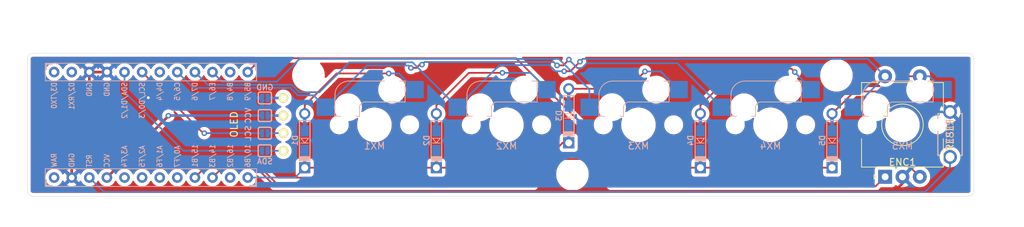
<source format=kicad_pcb>
(kicad_pcb (version 20210925) (generator pcbnew)
  (layers (0 "F.Cu" signal) (31 "B.Cu" signal) (34 "B.Paste" user) (35 "F.Paste" user) (36 "B.SilkS" user "B.Silkscreen") (37 "F.SilkS" user "F.Silkscreen") (38 "B.Mask" user) (39 "F.Mask" user) (44 "Edge.Cuts" user))
  (net 0 "")
  (net 1 "Net-(D1-Pad2)")
  (net 2 "row0")
  (net 3 "Net-(D2-Pad2)")
  (net 4 "Net-(D3-Pad2)")
  (net 5 "Net-(D4-Pad2)")
  (net 6 "row1")
  (net 7 "Net-(D5-Pad2)")
  (net 8 "col0")
  (net 9 "col1")
  (net 10 "col2")
  (net 11 "GND")
  (net 12 "VCC")
  (net 13 "SCL")
  (net 14 "SDA")
  (net 15 "Reset")
  (net 16 "EncoderA")
  (net 17 "EncoderB")
  (net 18 "Net-(OL1-Pad2)")
  (net 19 "Net-(OL1-Pad3)")
  (net 30 "Net-(OL1-Pad4)")
  (net 31 "Net-(SDA1-Pad2)")
  (footprint "Envoy:Diode-Hybrid-Back" (layer "F.Cu") (at 86.776 51.5 -90)
    (fp_text reference "D1" (at -0.0254 1.4 90) (layer "B.SilkS") (effects (font (size 0.8 0.8)) (justify mirror)))
    (fp_text value "D_Small" hide)
    (fp_line (start 0.35 0.55) (end 0.35 -0.55) (layer "B.SilkS") (width 0.12))
    (fp_line (start -2.9 -0.762) (end -2.9 0.762) (layer "B.SilkS") (width 0.15))
    (fp_line (start -0.35 0.55) (end -0.35 -0.55) (layer "B.SilkS") (width 0.12))
    (fp_line (start 2.54 -0.762) (end -2.9 -0.762) (layer "B.SilkS") (width 0.15))
    (fp_line (start 0.35 0) (end -0.35 0.55) (layer "B.SilkS") (width 0.12))
    (fp_line (start -0.35 -0.55) (end 0.35 0) (layer "B.SilkS") (width 0.12))
    (fp_line (start -2.9 0.762) (end 2.54 0.762) (layer "B.SilkS") (width 0.15))
    (fp_rect (start 2.309 -0.762) (end 2.921 0.762) (layer "B.SilkS") (width 0.15) (fill solid))
    (pad "1" smd rect (at 1.4 0 270) (size 1.6 1.2) (layers "B.Cu" "B.Paste" "B.Mask") (net 2 "row0"))
    (pad "1" thru_hole rect (at 3.9 0 270) (size 1.6 1.6) (drill 1) (layers *.Cu *.Mask) (net 2 "row0"))
    (pad "1" smd rect (at 2.5 0 270) (size 2.9 0.5) (layers "B.Cu") (net 2 "row0"))
    (pad "2" smd rect (at -2.5 0 270) (size 2.9 0.5) (layers "B.Cu") (net 1 "Net-(D1-Pad2)"))
    (pad "2" thru_hole circle (at -3.9 0 270) (size 1.6 1.6) (drill 1) (layers *.Cu *.Mask) (net 1 "Net-(D1-Pad2)"))
    (pad "2" smd rect (at -1.4 0 270) (size 1.6 1.2) (layers "B.Cu" "B.Paste" "B.Mask") (net 1 "Net-(D1-Pad2)"))
  )
  (footprint "Envoy:Diode-Hybrid-Back" (layer "F.Cu") (at 105.776 51.5 -90)
    (fp_text reference "D2" (at -0.0254 1.4 90) (layer "B.SilkS") (effects (font (size 0.8 0.8)) (justify mirror)))
    (fp_text value "D_Small" hide)
    (fp_line (start -2.9 0.762) (end 2.54 0.762) (layer "B.SilkS") (width 0.15))
    (fp_line (start -0.35 -0.55) (end 0.35 0) (layer "B.SilkS") (width 0.12))
    (fp_line (start 2.54 -0.762) (end -2.9 -0.762) (layer "B.SilkS") (width 0.15))
    (fp_line (start -0.35 0.55) (end -0.35 -0.55) (layer "B.SilkS") (width 0.12))
    (fp_line (start 0.35 0.55) (end 0.35 -0.55) (layer "B.SilkS") (width 0.12))
    (fp_line (start 0.35 0) (end -0.35 0.55) (layer "B.SilkS") (width 0.12))
    (fp_line (start -2.9 -0.762) (end -2.9 0.762) (layer "B.SilkS") (width 0.15))
    (fp_rect (start 2.309 -0.762) (end 2.921 0.762) (layer "B.SilkS") (width 0.15) (fill solid))
    (pad "1" smd rect (at 2.5 0 270) (size 2.9 0.5) (layers "B.Cu") (net 2 "row0"))
    (pad "1" smd rect (at 1.4 0 270) (size 1.6 1.2) (layers "B.Cu" "B.Paste" "B.Mask") (net 2 "row0"))
    (pad "1" thru_hole rect (at 3.9 0 270) (size 1.6 1.6) (drill 1) (layers *.Cu *.Mask) (net 2 "row0"))
    (pad "2" thru_hole circle (at -3.9 0 270) (size 1.6 1.6) (drill 1) (layers *.Cu *.Mask) (net 3 "Net-(D2-Pad2)"))
    (pad "2" smd rect (at -2.5 0 270) (size 2.9 0.5) (layers "B.Cu") (net 3 "Net-(D2-Pad2)"))
    (pad "2" smd rect (at -1.4 0 270) (size 1.6 1.2) (layers "B.Cu" "B.Paste" "B.Mask") (net 3 "Net-(D2-Pad2)"))
  )
  (footprint "Envoy:Diode-Hybrid-Back" (layer "F.Cu") (at 124.876 47.911 -90)
    (fp_text reference "D3" (at -0.0254 1.4 90) (layer "B.SilkS") (effects (font (size 0.8 0.8)) (justify mirror)))
    (fp_text value "D_Small" hide)
    (fp_line (start -0.35 0.55) (end -0.35 -0.55) (layer "B.SilkS") (width 0.12))
    (fp_line (start 0.35 0) (end -0.35 0.55) (layer "B.SilkS") (width 0.12))
    (fp_line (start 0.35 0.55) (end 0.35 -0.55) (layer "B.SilkS") (width 0.12))
    (fp_line (start -0.35 -0.55) (end 0.35 0) (layer "B.SilkS") (width 0.12))
    (fp_line (start 2.54 -0.762) (end -2.9 -0.762) (layer "B.SilkS") (width 0.15))
    (fp_line (start -2.9 0.762) (end 2.54 0.762) (layer "B.SilkS") (width 0.15))
    (fp_line (start -2.9 -0.762) (end -2.9 0.762) (layer "B.SilkS") (width 0.15))
    (fp_rect (start 2.309 -0.762) (end 2.921 0.762) (layer "B.SilkS") (width 0.15) (fill solid))
    (pad "1" thru_hole rect (at 3.9 0 270) (size 1.6 1.6) (drill 1) (layers *.Cu *.Mask) (net 2 "row0"))
    (pad "1" smd rect (at 2.5 0 270) (size 2.9 0.5) (layers "B.Cu") (net 2 "row0"))
    (pad "1" smd rect (at 1.4 0 270) (size 1.6 1.2) (layers "B.Cu" "B.Paste" "B.Mask") (net 2 "row0"))
    (pad "2" thru_hole circle (at -3.9 0 270) (size 1.6 1.6) (drill 1) (layers *.Cu *.Mask) (net 4 "Net-(D3-Pad2)"))
    (pad "2" smd rect (at -2.5 0 270) (size 2.9 0.5) (layers "B.Cu") (net 4 "Net-(D3-Pad2)"))
    (pad "2" smd rect (at -1.4 0 270) (size 1.6 1.2) (layers "B.Cu" "B.Paste" "B.Mask") (net 4 "Net-(D3-Pad2)"))
  )
  (footprint "Envoy:Diode-Hybrid-Back" (layer "F.Cu") (at 143.876 51.5 -90)
    (fp_text reference "D4" (at -0.0254 1.4 90) (layer "B.SilkS") (effects (font (size 0.8 0.8)) (justify mirror)))
    (fp_text value "D_Small" hide)
    (fp_line (start 0.35 0) (end -0.35 0.55) (layer "B.SilkS") (width 0.12))
    (fp_line (start 0.35 0.55) (end 0.35 -0.55) (layer "B.SilkS") (width 0.12))
    (fp_line (start 2.54 -0.762) (end -2.9 -0.762) (layer "B.SilkS") (width 0.15))
    (fp_line (start -2.9 0.762) (end 2.54 0.762) (layer "B.SilkS") (width 0.15))
    (fp_line (start -0.35 0.55) (end -0.35 -0.55) (layer "B.SilkS") (width 0.12))
    (fp_line (start -0.35 -0.55) (end 0.35 0) (layer "B.SilkS") (width 0.12))
    (fp_line (start -2.9 -0.762) (end -2.9 0.762) (layer "B.SilkS") (width 0.15))
    (fp_rect (start 2.309 -0.762) (end 2.921 0.762) (layer "B.SilkS") (width 0.15) (fill solid))
    (pad "1" smd rect (at 2.5 0 270) (size 2.9 0.5) (layers "B.Cu") (net 6 "row1"))
    (pad "1" thru_hole rect (at 3.9 0 270) (size 1.6 1.6) (drill 1) (layers *.Cu *.Mask) (net 6 "row1"))
    (pad "1" smd rect (at 1.4 0 270) (size 1.6 1.2) (layers "B.Cu" "B.Paste" "B.Mask") (net 6 "row1"))
    (pad "2" smd rect (at -1.4 0 270) (size 1.6 1.2) (layers "B.Cu" "B.Paste" "B.Mask") (net 5 "Net-(D4-Pad2)"))
    (pad "2" smd rect (at -2.5 0 270) (size 2.9 0.5) (layers "B.Cu") (net 5 "Net-(D4-Pad2)"))
    (pad "2" thru_hole circle (at -3.9 0 270) (size 1.6 1.6) (drill 1) (layers *.Cu *.Mask) (net 5 "Net-(D4-Pad2)"))
  )
  (footprint "Envoy:Diode-Hybrid-Back" (layer "F.Cu") (at 162.876 51.5 -90)
    (fp_text reference "D5" (at -0.0254 1.4 90) (layer "B.SilkS") (effects (font (size 0.8 0.8)) (justify mirror)))
    (fp_text value "D_Small" hide)
    (fp_line (start -0.35 0.55) (end -0.35 -0.55) (layer "B.SilkS") (width 0.12))
    (fp_line (start 0.35 0.55) (end 0.35 -0.55) (layer "B.SilkS") (width 0.12))
    (fp_line (start -0.35 -0.55) (end 0.35 0) (layer "B.SilkS") (width 0.12))
    (fp_line (start 0.35 0) (end -0.35 0.55) (layer "B.SilkS") (width 0.12))
    (fp_line (start 2.54 -0.762) (end -2.9 -0.762) (layer "B.SilkS") (width 0.15))
    (fp_line (start -2.9 0.762) (end 2.54 0.762) (layer "B.SilkS") (width 0.15))
    (fp_line (start -2.9 -0.762) (end -2.9 0.762) (layer "B.SilkS") (width 0.15))
    (fp_rect (start 2.309 -0.762) (end 2.921 0.762) (layer "B.SilkS") (width 0.15) (fill solid))
    (pad "1" smd rect (at 1.4 0 270) (size 1.6 1.2) (layers "B.Cu" "B.Paste" "B.Mask") (net 6 "row1"))
    (pad "1" thru_hole rect (at 3.9 0 270) (size 1.6 1.6) (drill 1) (layers *.Cu *.Mask) (net 6 "row1"))
    (pad "1" smd rect (at 2.5 0 270) (size 2.9 0.5) (layers "B.Cu") (net 6 "row1"))
    (pad "2" thru_hole circle (at -3.9 0 270) (size 1.6 1.6) (drill 1) (layers *.Cu *.Mask) (net 7 "Net-(D5-Pad2)"))
    (pad "2" smd rect (at -1.4 0 270) (size 1.6 1.2) (layers "B.Cu" "B.Paste" "B.Mask") (net 7 "Net-(D5-Pad2)"))
    (pad "2" smd rect (at -2.5 0 270) (size 2.9 0.5) (layers "B.Cu") (net 7 "Net-(D5-Pad2)"))
  )
  (footprint "Envoy:MXOnly-1U-Hotswap" (layer "F.Cu") (at 96.8375 49.2125)
    (fp_text reference "MX1")
    (fp_text value "MX-NoLED")
    (fp_text user "${REFERENCE}" (at 0 3.048) (layer "B.SilkS") (effects (justify mirror)))
    (fp_line (start 4.43 -3.29) (end -1.35 -3.3) (layer "B.SilkS") (width 0.12))
    (fp_line (start -2.15 -1.23) (end -2.7 -1.23) (layer "B.SilkS") (width 0.12))
    (fp_line (start -3.7 -6.31) (end 1.45 -6.31) (layer "B.SilkS") (width 0.12))
    (fp_line (start 4.43 -6.31) (end 4.43 -3.29) (layer "B.SilkS") (width 0.12))
    (fp_line (start -5.7 -1.23) (end -5.7 -4.31) (layer "B.SilkS") (width 0.12))
    (fp_line (start -5.7 -1.23) (end -4.9 -1.23) (layer "B.SilkS") (width 0.12))
    (fp_line (start -2.15 -1.23) (end -2.15 -2.5) (layer "B.SilkS") (width 0.12))
    (fp_line (start 4.43 -6.31) (end 3.65 -6.31) (layer "B.SilkS") (width 0.12))
    (fp_arc (start -3.7 -4.31) (end -3.7 -6.31) (angle -90) (layer "B.SilkS") (width 0.12))
    (fp_arc (start -1.35 -2.5) (end -1.35 -3.3) (angle -90) (layer "B.SilkS") (width 0.12))
    (pad "" np_thru_hole circle (at 5.08 0 48.0996) (size 1.75 1.75) (drill 1.75) (layers *.Cu *.Mask))
    (pad "" np_thru_hole circle (at -5.08 0 48.0996) (size 1.75 1.75) (drill 1.75) (layers *.Cu *.Mask))
    (pad "" np_thru_hole circle (at 0 0) (size 3.9878 3.9878) (drill 3.9878) (layers *.Cu *.Mask))
    (pad "" np_thru_hole circle (at -3.81 -2.54) (size 3 3) (drill 3) (layers *.Cu *.Mask))
    (pad "" np_thru_hole circle (at 2.54 -5.08) (size 3 3) (drill 3) (layers *.Cu *.Mask))
    (pad "1" smd rect (at -7.085 -2.54) (size 2.55 2.5) (layers "B.Cu" "B.Paste" "B.Mask") (net 8 "col0"))
    (pad "2" smd rect (at 5.842 -5.08) (size 2.55 2.5) (layers "B.Cu" "B.Paste" "B.Mask") (net 1 "Net-(D1-Pad2)"))
  )
  (footprint "Envoy:MXOnly-1U-Hotswap" (layer "F.Cu") (at 115.8875 49.2125)
    (fp_text reference "MX2")
    (fp_text value "MX-NoLED")
    (fp_text user "${REFERENCE}" (at 0 3.048) (layer "B.SilkS") (effects (justify mirror)))
    (fp_line (start -2.15 -1.23) (end -2.7 -1.23) (layer "B.SilkS") (width 0.12))
    (fp_line (start -5.7 -1.23) (end -5.7 -4.31) (layer "B.SilkS") (width 0.12))
    (fp_line (start -5.7 -1.23) (end -4.9 -1.23) (layer "B.SilkS") (width 0.12))
    (fp_line (start 4.43 -6.31) (end 4.43 -3.29) (layer "B.SilkS") (width 0.12))
    (fp_line (start 4.43 -6.31) (end 3.65 -6.31) (layer "B.SilkS") (width 0.12))
    (fp_line (start 4.43 -3.29) (end -1.35 -3.3) (layer "B.SilkS") (width 0.12))
    (fp_line (start -2.15 -1.23) (end -2.15 -2.5) (layer "B.SilkS") (width 0.12))
    (fp_line (start -3.7 -6.31) (end 1.45 -6.31) (layer "B.SilkS") (width 0.12))
    (fp_arc (start -1.35 -2.5) (end -1.35 -3.3) (angle -90) (layer "B.SilkS") (width 0.12))
    (fp_arc (start -3.7 -4.31) (end -3.7 -6.31) (angle -90) (layer "B.SilkS") (width 0.12))
    (pad "" np_thru_hole circle (at 5.08 0 48.0996) (size 1.75 1.75) (drill 1.75) (layers *.Cu *.Mask))
    (pad "" np_thru_hole circle (at 0 0) (size 3.9878 3.9878) (drill 3.9878) (layers *.Cu *.Mask))
    (pad "" np_thru_hole circle (at -3.81 -2.54) (size 3 3) (drill 3) (layers *.Cu *.Mask))
    (pad "" np_thru_hole circle (at -5.08 0 48.0996) (size 1.75 1.75) (drill 1.75) (layers *.Cu *.Mask))
    (pad "" np_thru_hole circle (at 2.54 -5.08) (size 3 3) (drill 3) (layers *.Cu *.Mask))
    (pad "1" smd rect (at -7.085 -2.54) (size 2.55 2.5) (layers "B.Cu" "B.Paste" "B.Mask") (net 9 "col1"))
    (pad "2" smd rect (at 5.842 -5.08) (size 2.55 2.5) (layers "B.Cu" "B.Paste" "B.Mask") (net 3 "Net-(D2-Pad2)"))
  )
  (footprint "Envoy:MXOnly-1U-Hotswap" (layer "F.Cu") (at 134.9375 49.2125)
    (fp_text reference "MX3")
    (fp_text value "MX-NoLED")
    (fp_text user "${REFERENCE}" (at 0 3.048) (layer "B.SilkS") (effects (justify mirror)))
    (fp_line (start -5.7 -1.23) (end -4.9 -1.23) (layer "B.SilkS") (width 0.12))
    (fp_line (start -3.7 -6.31) (end 1.45 -6.31) (layer "B.SilkS") (width 0.12))
    (fp_line (start -5.7 -1.23) (end -5.7 -4.31) (layer "B.SilkS") (width 0.12))
    (fp_line (start -2.15 -1.23) (end -2.7 -1.23) (layer "B.SilkS") (width 0.12))
    (fp_line (start 4.43 -6.31) (end 3.65 -6.31) (layer "B.SilkS") (width 0.12))
    (fp_line (start 4.43 -6.31) (end 4.43 -3.29) (layer "B.SilkS") (width 0.12))
    (fp_line (start -2.15 -1.23) (end -2.15 -2.5) (layer "B.SilkS") (width 0.12))
    (fp_line (start 4.43 -3.29) (end -1.35 -3.3) (layer "B.SilkS") (width 0.12))
    (fp_arc (start -1.35 -2.5) (end -1.35 -3.3) (angle -90) (layer "B.SilkS") (width 0.12))
    (fp_arc (start -3.7 -4.31) (end -3.7 -6.31) (angle -90) (layer "B.SilkS") (width 0.12))
    (pad "" np_thru_hole circle (at 0 0) (size 3.9878 3.9878) (drill 3.9878) (layers *.Cu *.Mask))
    (pad "" np_thru_hole circle (at 5.08 0 48.0996) (size 1.75 1.75) (drill 1.75) (layers *.Cu *.Mask))
    (pad "" np_thru_hole circle (at -3.81 -2.54) (size 3 3) (drill 3) (layers *.Cu *.Mask))
    (pad "" np_thru_hole circle (at -5.08 0 48.0996) (size 1.75 1.75) (drill 1.75) (layers *.Cu *.Mask))
    (pad "" np_thru_hole circle (at 2.54 -5.08) (size 3 3) (drill 3) (layers *.Cu *.Mask))
    (pad "1" smd rect (at -7.085 -2.54) (size 2.55 2.5) (layers "B.Cu" "B.Paste" "B.Mask") (net 10 "col2"))
    (pad "2" smd rect (at 5.842 -5.08) (size 2.55 2.5) (layers "B.Cu" "B.Paste" "B.Mask") (net 4 "Net-(D3-Pad2)"))
  )
  (footprint "Envoy:MXOnly-1U-Hotswap" (layer "F.Cu") (at 153.9875 49.2125)
    (fp_text reference "MX4")
    (fp_text value "MX-NoLED")
    (fp_text user "${REFERENCE}" (at 0 3.048) (layer "B.SilkS") (effects (justify mirror)))
    (fp_line (start -2.15 -1.23) (end -2.7 -1.23) (layer "B.SilkS") (width 0.12))
    (fp_line (start -5.7 -1.23) (end -4.9 -1.23) (layer "B.SilkS") (width 0.12))
    (fp_line (start 4.43 -6.31) (end 4.43 -3.29) (layer "B.SilkS") (width 0.12))
    (fp_line (start -3.7 -6.31) (end 1.45 -6.31) (layer "B.SilkS") (width 0.12))
    (fp_line (start 4.43 -6.31) (end 3.65 -6.31) (layer "B.SilkS") (width 0.12))
    (fp_line (start -5.7 -1.23) (end -5.7 -4.31) (layer "B.SilkS") (width 0.12))
    (fp_line (start -2.15 -1.23) (end -2.15 -2.5) (layer "B.SilkS") (width 0.12))
    (fp_line (start 4.43 -3.29) (end -1.35 -3.3) (layer "B.SilkS") (width 0.12))
    (fp_arc (start -3.7 -4.31) (end -3.7 -6.31) (angle -90) (layer "B.SilkS") (width 0.12))
    (fp_arc (start -1.35 -2.5) (end -1.35 -3.3) (angle -90) (layer "B.SilkS") (width 0.12))
    (pad "" np_thru_hole circle (at 5.08 0 48.0996) (size 1.75 1.75) (drill 1.75) (layers *.Cu *.Mask))
    (pad "" np_thru_hole circle (at 2.54 -5.08) (size 3 3) (drill 3) (layers *.Cu *.Mask))
    (pad "" np_thru_hole circle (at -5.08 0 48.0996) (size 1.75 1.75) (drill 1.75) (layers *.Cu *.Mask))
    (pad "" np_thru_hole circle (at 0 0) (size 3.9878 3.9878) (drill 3.9878) (layers *.Cu *.Mask))
    (pad "" np_thru_hole circle (at -3.81 -2.54) (size 3 3) (drill 3) (layers *.Cu *.Mask))
    (pad "1" smd rect (at -7.085 -2.54) (size 2.55 2.5) (layers "B.Cu" "B.Paste" "B.Mask") (net 8 "col0"))
    (pad "2" smd rect (at 5.842 -5.08) (size 2.55 2.5) (layers "B.Cu" "B.Paste" "B.Mask") (net 5 "Net-(D4-Pad2)"))
  )
  (footprint "kbd:OLED_v2" (layer "F.Cu") (at 83.693 49.149 90)
    (fp_text reference "OL1")
    (fp_text value "OLED" hide)
    (fp_text user "OLED" (at 0 -7.112 90) (layer "F.SilkS"))
    (pad "1" thru_hole circle locked (at -3.81 0 90) (size 1.397 1.397) (drill 0.8128) (layers *.Cu "F.SilkS" "B.Mask") (net 31 "Net-(SDA1-Pad2)"))
    (pad "2" thru_hole circle locked (at -1.27 0 90) (size 1.397 1.397) (drill 0.8128) (layers *.Cu "F.SilkS" "B.Mask") (net 18 "Net-(OL1-Pad2)"))
    (pad "3" thru_hole circle locked (at 1.27 0 90) (size 1.397 1.397) (drill 0.8128) (layers *.Cu "F.SilkS" "B.Mask") (net 19 "Net-(OL1-Pad3)"))
    (pad "4" thru_hole circle locked (at 3.81 0 90) (size 1.397 1.397) (drill 0.8128) (layers *.Cu "F.SilkS" "B.Mask") (net 30 "Net-(OL1-Pad4)"))
  )
  (footprint "Envoy:ProMicro_v3" (layer "F.Cu") (at 65.0875 49.2125 90)
    (fp_text reference "U1" hide)
    (fp_text value "ProMicro" hide)
    (fp_text user "D3/TX0" (at 6.2114 -14.478 90 unlocked) (layer "B.SilkS") (effects (font (size 0.75 0.67) (thickness 0.125)) (justify left mirror)))
    (fp_text user "B5/9" (at 6.2114 13.462 90 unlocked) (layer "B.SilkS") (effects (font (size 0.75 0.67) (thickness 0.125)) (justify left mirror)))
    (fp_text user "A1/F6" (at -6.2086 0.762 90 unlocked) (layer "B.SilkS") (effects (font (size 0.75 0.67) (thickness 0.125)) (justify right mirror)))
    (fp_text user "E6/7" (at 6.2114 8.382 90 unlocked) (layer "B.SilkS") (effects (font (size 0.75 0.67) (thickness 0.125)) (justify left mirror)))
    (fp_text user "A2/F5" (at -6.2086 -1.778 90 unlocked) (layer "B.SilkS") (effects (font (size 0.75 0.67) (thickness 0.125)) (justify right mirror)))
    (fp_text user "VCC" (at -6.2086 -6.858 90 unlocked) (layer "B.SilkS") (effects (font (size 0.75 0.67) (thickness 0.125)) (justify right mirror)))
    (fp_text user "GND" (at -6.2086 -11.938 90 unlocked) (layer "B.SilkS") (effects (font (size 0.75 0.67) (thickness 0.125)) (justify right mirror)))
    (fp_text user "D2/RX1" (at 6.2114 -11.938 90 unlocked) (layer "B.SilkS") (effects (font (size 0.75 0.67) (thickness 0.125)) (justify left mirror)))
    (fp_text user "SCL/D0/3" (at 6.2114 -1.778 90 unlocked) (layer "B.SilkS") (effects (font (size 0.75 0.67) (thickness 0.125)) (justify left mirror)))
    (fp_text user "A3/F4" (at -6.2086 -4.318 90 unlocked) (layer "B.SilkS") (effects (font (size 0.75 0.67) (thickness 0.125)) (justify right mirror)))
    (fp_text user "10/B6" (at -6.2086 13.462 90 unlocked) (layer "B.SilkS") (effects (font (size 0.75 0.67) (thickness 0.125)) (justify right mirror)))
    (fp_text user "16/B2" (at -6.2086 10.95 90 unlocked) (layer "B.SilkS") (effects (font (size 0.75 0.67) (thickness 0.125)) (justify right mirror)))
    (fp_text user "D7/6" (at 6.2114 5.842 90 unlocked) (layer "B.SilkS") (effects (font (size 0.75 0.67) (thickness 0.125)) (justify left mirror)))
    (fp_text user "GND" (at 6.2114 -9.398 90 unlocked) (layer "B.SilkS") (effects (font (size 0.75 0.67) (thickness 0.125)) (justify left mirror)))
    (fp_text user "14/B3" (at -6.2086 8.382 90 unlocked) (layer "B.SilkS") (effects (font (size 0.75 0.67) (thickness 0.125)) (justify right mirror)))
    (fp_text user "GND" (at 6.2114 -6.858 90 unlocked) (layer "B.SilkS") (effects (font (size 0.75 0.67) (thickness 0.125)) (justify left mirror)))
    (fp_text user "15/B1" (at -6.2086 5.85 90 unlocked) (layer "B.SilkS") (effects (font (size 0.75 0.67) (thickness 0.125)) (justify right mirror)))
    (fp_text user "B4/8" (at 6.2114 10.922 90 unlocked) (layer "B.SilkS") (effects (font (size 0.75 0.67) (thickness 0.125)) (justify left mirror)))
    (fp_text user "RST" (at -6.2086 -9.398 90 unlocked) (layer "B.SilkS") (effects (font (size 0.75 0.67) (thickness 0.125)) (justify right mirror)))
    (fp_text user "A0/F7" (at -6.2086 3.302 90 unlocked) (layer "B.SilkS") (effects (font (size 0.75 0.67) (thickness 0.125)) (justify right mirror)))
    (fp_text user "SDA/D1/2" (at 6.2114 -4.318 90 unlocked) (layer "B.SilkS") (effects (font (size 0.75 0.67) (thickness 0.125)) (justify left mirror)))
    (fp_text user "RAW" (at -6.2086 -14.478 90 unlocked) (layer "B.SilkS") (effects (font (size 0.75 0.67) (thickness 0.125)) (justify right mirror)))
    (fp_text user "C6/5" (at 6.2114 3.302 90 unlocked) (layer "B.SilkS") (effects (font (size 0.75 0.67) (thickness 0.125)) (justify left mirror)))
    (fp_text user "D4/4" (at 6.2114 0.762 90 unlocked) (layer "B.SilkS") (effects (font (size 0.75 0.67) (thickness 0.125)) (justify left mirror)))
    (fp_line (start 6.35 -15.748) (end 6.35 14.732) (layer "B.SilkS") (width 0.12))
    (fp_line (start 8.89 14.732) (end 6.35 14.732) (layer "B.SilkS") (width 0.12))
    (fp_line (start 8.75 14.6) (end 7.89 14.6) (layer "B.SilkS") (width 0.15))
    (fp_line (start 8.75 -15.6) (end 7.95 -15.6) (layer "B.SilkS") (width 0.15))
    (fp_line (start -8.75 13.7) (end -8.75 14.6) (layer "B.SilkS") (width 0.15))
    (fp_line (start -6.3386 -15.748) (end -6.3386 14.732) (layer "B.SilkS") (width 0.12))
    (fp_line (start -8.75 -15.6) (end -8.75 -14.75) (layer "B.SilkS") (width 0.15))
    (fp_line (start -8.89 -15.748) (end -8.89 14.732) (layer "B.SilkS") (width 0.12))
    (fp_line (start -6.35 14.732) (end -8.89 14.732) (layer "B.SilkS") (width 0.12))
    (fp_line (start -8.75 14.6) (end -7.9 14.6) (layer "B.SilkS") (width 0.15))
    (fp_line (start 8.8814 -15.748) (end 8.8814 14.732) (layer "B.SilkS") (width 0.12))
    (fp_line (start -8.75 -15.6) (end -7.9 -15.6) (layer "B.SilkS") (width 0.15))
    (fp_line (start 8.75 -15.6) (end 8.75 -14.75) (layer "B.SilkS") (width 0.15))
    (fp_line (start 8.89 -15.748) (end 6.35 -15.748) (layer "B.SilkS") (width 0.12))
    (fp_line (start 8.75 13.75) (end 8.75 14.6) (layer "B.SilkS") (width 0.15))
    (fp_line (start -6.35 -15.748) (end -8.89 -15.748) (layer "B.SilkS") (width 0.12))
    (pad "1" thru_hole circle (at 7.6114 -14.478 90) (size 1.524 1.524) (drill 0.8128) (layers *.Cu *.Mask))
    (pad "2" thru_hole circle (at 7.6114 -11.938 90) (size 1.524 1.524) (drill 0.8128) (layers *.Cu *.Mask))
    (pad "3" thru_hole circle (at 7.6114 -9.398 90) (size 1.524 1.524) (drill 0.8128) (layers *.Cu *.Mask) (net 11 "GND"))
    (pad "4" thru_hole circle (at 7.6114 -6.858 90) (size 1.524 1.524) (drill 0.8128) (layers *.Cu *.Mask) (net 11 "GND"))
    (pad "5" thru_hole circle (at 7.6114 -4.318 90) (size 1.524 1.524) (drill 0.8128) (layers *.Cu *.Mask) (net 14 "SDA"))
    (pad "6" thru_hole circle (at 7.6114 -1.778 90) (size 1.524 1.524) (drill 0.8128) (layers *.Cu *.Mask) (net 13 "SCL"))
    (pad "7" thru_hole circle (at 7.6114 0.762 90) (size 1.524 1.524) (drill 0.8128) (layers *.Cu *.Mask))
    (pad "8" thru_hole circle (at 7.6114 3.302 90) (size 1.524 1.524) (drill 0.8128) (layers *.Cu *.Mask) (net 8 "col0"))
    (pad "9" thru_hole circle (at 7.6114 5.842 90) (size 1.524 1.524) (drill 0.8128) (layers *.Cu *.Mask) (net 9 "col1"))
    (pad "10" thru_hole circle (at 7.6114 8.382 90) (size 1.524 1.524) (drill 0.8128) (layers *.Cu *.Mask) (net 10 "col2"))
    (pad "11" thru_hole circle (at 7.6114 10.922 90) (size 1.524 1.524) (drill 0.8128) (layers *.Cu *.Mask))
    (pad "12" thru_hole circle (at 7.6114 13.462 90) (size 1.524 1.524) (drill 0.8128) (layers *.Cu *.Mask) (net 6 "row1"))
    (pad "13" thru_hole circle (at -7.6086 13.462 90) (size 1.524 1.524) (drill 0.8128) (layers *.Cu *.Mask) (net 2 "row0"))
    (pad "14" thru_hole circle (at -7.6086 10.922 90) (size 1.524 1.524) (drill 0.8128) (layers *.Cu *.Mask))
    (pad "15" thru_hole circle (at -7.6086 8.382 90) (size 1.524 1.524) (drill 0.8128) (layers *.Cu *.Mask) (net 16 "EncoderA"))
    (pad "16" thru_hole circle (at -7.6086 5.842 90) (size 1.524 1.524) (drill 0.8128) (layers *.Cu *.Mask) (net 17 "EncoderB"))
    (pad "17" thru_hole circle (at -7.6086 3.302 90) (size 1.524 1.524) (drill 0.8128) (layers *.Cu *.Mask))
    (pad "18" thru_hole circle (at -7.6086 0.762 90) (size 1.524 1.524) (drill 0.8128) (layers *.Cu *.Mask))
    (pad "19" thru_hole circle (at -7.6086 -1.778 90) (size 1.524 1.524) (drill 0.8128) (layers *.Cu *.Mask))
    (pad "20" thru_hole circle (at -7.6086 -4.318 90) (size 1.524 1.524) (drill 0.8128) (layers *.Cu *.Mask))
    (pad "21" thru_hole circle (at -7.6086 -6.858 90) (size 1.524 1.524) (drill 0.8128) (layers *.Cu *.Mask) (net 12 "VCC"))
    (pad "22" thru_hole circle (at -7.6086 -9.398 90) (size 1.524 1.524) (drill 0.8128) (layers *.Cu *.Mask) (net 15 "Reset"))
    (pad "23" thru_hole circle (at -7.6086 -11.938 90) (size 1.524 1.524) (drill 0.8128) (layers *.Cu *.Mask) (net 11 "GND"))
    (pad "24" thru_hole circle (at -7.6086 -14.478 90) (size 1.524 1.524) (drill 0.8128) (layers *.Cu *.Mask))
  )
  (footprint "MountingHole:MountingHole_3.7mm" (layer "F.Cu") (at 125.4125 56.35625)
    (fp_text reference "REF**" hide)
    (fp_text value "MountingHole_3.7mm" hide)
    (pad "" np_thru_hole circle locked (at 0 0) (size 3.7 3.7) (drill 3.7) (layers *.Cu *.Mask))
  )
  (footprint "MountingHole:MountingHole_3.7mm" (layer "F.Cu") (at 87.3125 42.06875)
    (fp_text reference "REF**" hide)
    (fp_text value "MountingHole_3.7mm" hide)
    (pad "" np_thru_hole circle locked (at 0 0) (size 3.7 3.7) (drill 3.7) (layers *.Cu *.Mask))
  )
  (footprint "MountingHole:MountingHole_3.7mm" (layer "F.Cu") (at 163.5125 42.06875)
    (fp_text reference "REF**" hide)
    (fp_text value "MountingHole_3.7mm" hide)
    (pad "" np_thru_hole circle locked (at 0 0) (size 3.7 3.7) (drill 3.7) (layers *.Cu *.Mask))
  )
  (footprint "Keebio-Parts:RotaryEncoder_EC11-no-legs" (layer "F.Cu") (at 173.0375 49.2125 90)
    (fp_text reference "ENC1" (at -5.3975 0 180) (layer "F.SilkS"))
    (fp_text value "Rotary_Encoder_Switch")
    (fp_line (start 6.1 3.5) (end 6.1 5.9) (layer "F.SilkS") (width 0.12))
    (fp_line (start -7.2 -4.1) (end -7.5 -3.8) (layer "F.SilkS") (width 0.12))
    (fp_line (start 6.1 -1.3) (end 6.1 1.3) (layer "F.SilkS") (width 0.12))
    (fp_line (start -6.1 -5.9) (end -6.1 5.9) (layer "F.SilkS") (width 0.12))
    (fp_line (start 6.1 5.9) (end 2 5.9) (layer "F.SilkS") (width 0.12))
    (fp_line (start 6.1 -5.9) (end 6.1 -3.5) (layer "F.SilkS") (width 0.12))
    (fp_line (start 0 -0.5) (end 0 0.5) (layer "F.SilkS") (width 0.12))
    (fp_line (start -7.8 -4.1) (end -7.2 -4.1) (layer "F.SilkS") (width 0.12))
    (fp_line (start -0.5 0) (end 0.5 0) (layer "F.SilkS") (width 0.12))
    (fp_line (start -2 5.9) (end -6.1 5.9) (layer "F.SilkS") (width 0.12))
    (fp_line (start -7.5 -3.8) (end -7.8 -4.1) (layer "F.SilkS") (width 0.12))
    (fp_line (start 2 -5.9) (end 6.1 -5.9) (layer "F.SilkS") (width 0.12))
    (fp_line (start -2 -5.9) (end -6.1 -5.9) (layer "F.SilkS") (width 0.12))
    (fp_circle (center 0 0) (end 3 0) (layer "F.SilkS") (width 0.12) (fill none))
    (pad "A" thru_hole rect locked (at -7.5 -2.5 90) (size 2 2) (drill 1) (layers *.Cu *.Mask) (net 16 "EncoderA"))
    (pad "B" thru_hole circle locked (at -7.5 2.5 90) (size 2 2) (drill 1) (layers *.Cu *.Mask) (net 17 "EncoderB"))
    (pad "C" thru_hole circle locked (at -7.5 0 90) (size 2 2) (drill 1) (layers *.Cu *.Mask) (net 11 "GND"))
    (pad "S1" thru_hole circle locked (at 7 2.5 90) (size 2 2) (drill 1) (layers *.Cu *.Mask) (net 7 "Net-(D5-Pad2)"))
    (pad "S2" thru_hole circle locked (at 7 -2.5 90) (size 2 2) (drill 1) (layers *.Cu *.Mask) (net 9 "col1"))
  )
  (footprint "Envoy:MXOnly-1U-Hotswap" (layer "F.Cu") (at 173.0375 49.2125)
    (fp_text reference "MX5")
    (fp_text value "MX-NoLED")
    (fp_text user "${REFERENCE}" (at 0 3.048) (layer "B.SilkS") (effects (justify mirror)))
    (fp_line (start -2.15 -1.23) (end -2.7 -1.23) (layer "B.SilkS") (width 0.12))
    (fp_line (start -2.15 -1.23) (end -2.15 -2.5) (layer "B.SilkS") (width 0.12))
    (fp_line (start 4.43 -6.31) (end 3.65 -6.31) (layer "B.SilkS") (width 0.12))
    (fp_line (start -5.7 -1.23) (end -5.7 -4.31) (layer "B.SilkS") (width 0.12))
    (fp_line (start 4.43 -6.31) (end 4.43 -3.29) (layer "B.SilkS") (width 0.12))
    (fp_line (start 4.43 -3.29) (end -1.35 -3.3) (layer "B.SilkS") (width 0.12))
    (fp_line (start -5.7 -1.23) (end -4.9 -1.23) (layer "B.SilkS") (width 0.12))
    (fp_line (start -3.7 -6.31) (end 1.45 -6.31) (layer "B.SilkS") (width 0.12))
    (fp_arc (start -1.35 -2.5) (end -1.35 -3.3) (angle -90) (layer "B.SilkS") (width 0.12))
    (fp_arc (start -3.7 -4.31) (end -3.7 -6.31) (angle -90) (layer "B.SilkS") (width 0.12))
    (pad "" np_thru_hole circle (at 2.54 -5.08) (size 3 3) (drill 3) (layers *.Cu *.Mask))
    (pad "" np_thru_hole circle (at 0 0) (size 3.9878 3.9878) (drill 3.9878) (layers *.Cu *.Mask))
    (pad "" np_thru_hole circle (at -3.81 -2.54) (size 3 3) (drill 3) (layers *.Cu *.Mask))
    (pad "" np_thru_hole circle (at 5.08 0 48.0996) (size 1.75 1.75) (drill 1.75) (layers *.Cu *.Mask))
    (pad "" np_thru_hole circle (at -5.08 0 48.0996) (size 1.75 1.75) (drill 1.75) (layers *.Cu *.Mask))
    (pad "1" smd rect (at -7.085 -2.54) (size 2.55 2.5) (layers "B.Cu" "B.Paste" "B.Mask") (net 9 "col1"))
    (pad "2" smd rect (at 5.842 -5.08) (size 2.55 2.5) (layers "B.Cu" "B.Paste" "B.Mask") (net 7 "Net-(D5-Pad2)"))
  )
  (footprint "Keyboard parts:SOLDER_JUMPER_2" (layer "B.Cu") (at 81.007 52.959)
    (fp_text reference "SDA" (at 0.019 1.524) (layer "B.SilkS") (effects (font (size 0.8 0.8)) (justify mirror)))
    (fp_text value "SolderJumper_2_Open" hide)
    (fp_line (start -0.95 -0.6) (end -0.95 0.6) (layer "B.SilkS") (width 0.2))
    (fp_line (start -0.65 -0.85) (end 0.65 -0.85) (layer "B.SilkS") (width 0.2))
    (fp_line (start 0.95 0.6) (end 0.95 -0.55) (layer "B.SilkS") (width 0.2))
    (fp_line (start -0.7 0.85) (end 0.7 0.85) (layer "B.SilkS") (width 0.2))
    (fp_arc (start 0.7 -0.6) (end 0.95 -0.6) (angle -90) (layer "B.SilkS") (width 0.2))
    (fp_arc (start -0.7 -0.6) (end -0.7 -0.85) (angle -90) (layer "B.SilkS") (width 0.2))
    (fp_arc (start 0.7 0.6) (end 0.7 0.85) (angle -90) (layer "B.SilkS") (width 0.2))
    (fp_arc (start -0.7 0.6) (end -0.95 0.6) (angle -90) (layer "B.SilkS") (width 0.2))
    (pad "1" smd rect locked (at -0.4 0) (size 0.6 1.2) (layers "B.Cu" "B.Mask") (net 14 "SDA") (clearance 0.1))
    (pad "2" smd rect locked (at 0.4 0) (size 0.6 1.2) (layers "B.Cu" "B.Mask") (net 31 "Net-(SDA1-Pad2)") (clearance 0.1))
  )
  (footprint "Keyboard parts:SOLDER_JUMPER_2" (layer "B.Cu") (at 81.026 50.419)
    (fp_text reference "SCL" (at -2.413 0 90) (layer "B.SilkS") (effects (font (size 0.8 0.8)) (justify mirror)))
    (fp_text value "SolderJumper_2_Open" hide)
    (fp_line (start -0.7 0.85) (end 0.7 0.85) (layer "B.SilkS") (width 0.2))
    (fp_line (start -0.65 -0.85) (end 0.65 -0.85) (layer "B.SilkS") (width 0.2))
    (fp_line (start -0.95 -0.6) (end -0.95 0.6) (layer "B.SilkS") (width 0.2))
    (fp_line (start 0.95 0.6) (end 0.95 -0.55) (layer "B.SilkS") (width 0.2))
    (fp_arc (start 0.7 -0.6) (end 0.95 -0.6) (angle -90) (layer "B.SilkS") (width 0.2))
    (fp_arc (start 0.7 0.6) (end 0.7 0.85) (angle -90) (layer "B.SilkS") (width 0.2))
    (fp_arc (start -0.7 0.6) (end -0.95 0.6) (angle -90) (layer "B.SilkS") (width 0.2))
    (fp_arc (start -0.7 -0.6) (end -0.7 -0.85) (angle -90) (layer "B.SilkS") (width 0.2))
    (pad "1" smd rect locked (at -0.4 0) (size 0.6 1.2) (layers "B.Cu" "B.Mask") (net 13 "SCL") (clearance 0.1))
    (pad "2" smd rect locked (at 0.4 0) (size 0.6 1.2) (layers "B.Cu" "B.Mask") (net 18 "Net-(OL1-Pad2)") (clearance 0.1))
  )
  (footprint "Keyboard parts:SOLDER_JUMPER_2" (layer "B.Cu") (at 81.026 47.879)
    (fp_text reference "VCC" (at -2.413 0 90) (layer "B.SilkS") (effects (font (size 0.8 0.8)) (justify mirror)))
    (fp_text value "SolderJumper_2_Open" hide)
    (fp_line (start -0.7 0.85) (end 0.7 0.85) (layer "B.SilkS") (width 0.2))
    (fp_line (start -0.65 -0.85) (end 0.65 -0.85) (layer "B.SilkS") (width 0.2))
    (fp_line (start 0.95 0.6) (end 0.95 -0.55) (layer "B.SilkS") (width 0.2))
    (fp_line (start -0.95 -0.6) (end -0.95 0.6) (layer "B.SilkS") (width 0.2))
    (fp_arc (start -0.7 -0.6) (end -0.7 -0.85) (angle -90) (layer "B.SilkS") (width 0.2))
    (fp_arc (start -0.7 0.6) (end -0.95 0.6) (angle -90) (layer "B.SilkS") (width 0.2))
    (fp_arc (start 0.7 -0.6) (end 0.95 -0.6) (angle -90) (layer "B.SilkS") (width 0.2))
    (fp_arc (start 0.7 0.6) (end 0.7 0.85) (angle -90) (layer "B.SilkS") (width 0.2))
    (pad "1" smd rect locked (at -0.4 0) (size 0.6 1.2) (layers "B.Cu" "B.Mask") (net 12 "VCC") (clearance 0.1))
    (pad "2" smd rect locked (at 0.4 0) (size 0.6 1.2) (layers "B.Cu" "B.Mask") (net 19 "Net-(OL1-Pad3)") (clearance 0.1))
  )
  (footprint "Keyboard parts:SOLDER_JUMPER_2" (layer "B.Cu") (at 81.026 45.339)
    (fp_text reference "GND" (at 0 -1.524) (layer "B.SilkS") (effects (font (size 0.8 0.8)) (justify mirror)))
    (fp_text value "SolderJumper_2_Open" hide)
    (fp_line (start 0.95 0.6) (end 0.95 -0.55) (layer "B.SilkS") (width 0.2))
    (fp_line (start -0.65 -0.85) (end 0.65 -0.85) (layer "B.SilkS") (width 0.2))
    (fp_line (start -0.95 -0.6) (end -0.95 0.6) (layer "B.SilkS") (width 0.2))
    (fp_line (start -0.7 0.85) (end 0.7 0.85) (layer "B.SilkS") (width 0.2))
    (fp_arc (start 0.7 -0.6) (end 0.95 -0.6) (angle -90) (layer "B.SilkS") (width 0.2))
    (fp_arc (start -0.7 -0.6) (end -0.7 -0.85) (angle -90) (layer "B.SilkS") (width 0.2))
    (fp_arc (start 0.7 0.6) (end 0.7 0.85) (angle -90) (layer "B.SilkS") (width 0.2))
    (fp_arc (start -0.7 0.6) (end -0.95 0.6) (angle -90) (layer "B.SilkS") (width 0.2))
    (pad "1" smd rect locked (at -0.4 0) (size 0.6 1.2) (layers "B.Cu" "B.Mask") (net 11 "GND") (clearance 0.1))
    (pad "2" smd rect locked (at 0.4 0) (size 0.6 1.2) (layers "B.Cu" "B.Mask") (net 30 "Net-(OL1-Pad4)") (clearance 0.1))
  )
  (footprint "Envoy:Reset_Jumper_Points" (layer "B.Cu") (at 179.9 50.6 -90)
    (fp_text reference "RESET1" hide)
    (fp_text value "SW_Push")
    (fp_text user "RESET" (at 0 0 90) (layer "B.SilkS") (effects (justify mirror)))
    (fp_text user "RESET" (at 0.127 0 90) (layer "F.SilkS"))
    (fp_line (start -3 1.75) (end -3 1.5) (layer "B.SilkS") (width 0.15))
    (fp_line (start 3 1.75) (end 3 1.5) (layer "B.SilkS") (width 0.15))
    (fp_line (start -3 -1.75) (end 3 -1.75) (layer "B.SilkS") (width 0.15))
    (fp_line (start -3 -1.75) (end -3 -1.5) (layer "B.SilkS") (width 0.15))
    (fp_line (start 3 -1.75) (end 3 -1.5) (layer "B.SilkS") (width 0.15))
    (fp_line (start -3 1.75) (end 3 1.75) (layer "B.SilkS") (width 0.15))
    (fp_line (start -3 -1.75) (end -3 -1.5) (layer "F.SilkS") (width 0.15))
    (fp_line (start 3 -1.5) (end 3 -1.75) (layer "F.SilkS") (width 0.15))
    (fp_line (start 3 1.75) (end 3 1.5) (layer "F.SilkS") (width 0.15))
    (fp_line (start 3 -1.75) (end -3 -1.75) (layer "F.SilkS") (width 0.15))
    (fp_line (start -3 1.5) (end -3 1.75) (layer "F.SilkS") (width 0.15))
    (fp_line (start -3 1.75) (end 3 1.75) (layer "F.SilkS") (width 0.15))
    (pad "1" thru_hole circle (at 3.25 0 270) (size 2 2) (drill 1.3) (layers *.Cu *.Mask) (net 15 "Reset"))
    (pad "2" thru_hole circle (at -3.25 0 270) (size 2 2) (drill 1.3) (layers *.Cu *.Mask) (net 11 "GND"))
  )
  (gr_line (start 46.736 39.6875) (end 46.736 58.7375) (layer "Edge.Cuts") (width 0.05))
  (gr_line (start 47.52975 59.53125) (end 182.5625 59.53125) (layer "Edge.Cuts") (width 0.05))
  (gr_line (start 183.35625 58.7375) (end 183.35625 39.6875) (layer "Edge.Cuts") (width 0.05))
  (gr_line (start 182.5625 38.89375) (end 47.52975 38.89375) (layer "Edge.Cuts") (width 0.05))
  (gr_arc (start 47.52975 58.7375) (end 46.736 58.7375) (angle -90) (layer "Edge.Cuts") (width 0.05))
  (gr_arc (start 182.5625 39.6875) (end 183.35625 39.6875) (angle -90) (layer "Edge.Cuts") (width 0.05))
  (gr_arc (start 47.52975 39.6875) (end 47.52975 38.89375) (angle -90) (layer "Edge.Cuts") (width 0.05))
  (gr_arc (start 182.5625 58.7375) (end 182.5625 59.53125) (angle -90) (layer "Edge.Cuts") (width 0.05))
  (segment (start 86.776 46.411) (end 86.776 47.6) (width 0.25) (layer "F.Cu") (net 1))
  (segment (start 91.387 41.8) (end 86.776 46.411) (width 0.25) (layer "F.Cu") (net 1))
  (segment (start 98.9 41.8) (end 91.387 41.8) (width 0.25) (layer "F.Cu") (net 1))
  (via (at 98.9 41.8) (size 0.8) (drill 0.4) (layers "F.Cu" "B.Cu") (net 1))
  (segment (start 100.347 41.8) (end 102.6795 44.1325) (width 0.25) (layer "B.Cu") (net 1))
  (segment (start 98.9 41.8) (end 100.347 41.8) (width 0.25) (layer "B.Cu") (net 1))
  (segment (start 105.776 55.4) (end 86.776 55.4) (width 0.25) (layer "F.Cu") (net 2))
  (segment (start 120.4 55.4) (end 105.776 55.4) (width 0.25) (layer "F.Cu") (net 2))
  (segment (start 124.876 51.811) (end 123.989 51.811) (width 0.25) (layer "F.Cu") (net 2))
  (segment (start 123.989 51.811) (end 120.4 55.4) (width 0.25) (layer "F.Cu") (net 2))
  (segment (start 85.3789 56.8211) (end 78.5495 56.8211) (width 0.25) (layer "B.Cu") (net 2))
  (segment (start 86.776 55.424) (end 85.3789 56.8211) (width 0.25) (layer "B.Cu") (net 2))
  (segment (start 115.3 41.711) (end 110.476 41.711) (width 0.25) (layer "F.Cu") (net 3))
  (segment (start 105.776 46.411) (end 105.776 47.6) (width 0.25) (layer "F.Cu") (net 3))
  (segment (start 110.476 41.711) (end 105.776 46.411) (width 0.25) (layer "F.Cu") (net 3))
  (via (at 115.3 41.711) (size 0.8) (drill 0.4) (layers "F.Cu" "B.Cu") (net 3))
  (segment (start 121.7295 44.0645) (end 121.7295 44.1325) (width 0.25) (layer "B.Cu") (net 3))
  (segment (start 119.376 41.711) (end 121.7295 44.0645) (width 0.25) (layer "B.Cu") (net 3))
  (segment (start 115.3 41.711) (end 119.376 41.711) (width 0.25) (layer "B.Cu") (net 3))
  (segment (start 124.876 44.011) (end 133.376 44.011) (width 0.25) (layer "F.Cu") (net 4))
  (segment (start 133.376 44.011) (end 135.876 41.511) (width 0.25) (layer "F.Cu") (net 4))
  (via (at 135.876 41.511) (size 0.8) (drill 0.4) (layers "F.Cu" "B.Cu") (net 4))
  (segment (start 138.158 41.511) (end 140.7795 44.1325) (width 0.25) (layer "B.Cu") (net 4))
  (segment (start 135.876 41.511) (end 138.158 41.511) (width 0.25) (layer "B.Cu") (net 4))
  (segment (start 157.5 41.6) (end 157.011 41.111) (width 0.25) (layer "F.Cu") (net 5))
  (segment (start 157.011 41.111) (end 149.176 41.111) (width 0.25) (layer "F.Cu") (net 5))
  (segment (start 149.176 41.111) (end 143.876 46.411) (width 0.25) (layer "F.Cu") (net 5))
  (segment (start 143.876 46.411) (end 143.876 47.6) (width 0.25) (layer "F.Cu") (net 5))
  (via (at 157.5 41.6) (size 0.8) (drill 0.4) (layers "F.Cu" "B.Cu") (net 5))
  (segment (start 159.8295 43.9645) (end 159.8295 44.1325) (width 0.25) (layer "B.Cu") (net 5))
  (segment (start 157.5 41.6) (end 157.5 41.635) (width 0.25) (layer "B.Cu") (net 5))
  (segment (start 157.5 41.635) (end 159.8295 43.9645) (width 0.25) (layer "B.Cu") (net 5))
  (segment (start 133.062352 55.4) (end 117.262352 39.6) (width 0.25) (layer "F.Cu") (net 6))
  (segment (start 117.262352 39.6) (end 80.5506 39.6) (width 0.25) (layer "F.Cu") (net 6))
  (segment (start 162.876 55.4) (end 143.876 55.4) (width 0.25) (layer "F.Cu") (net 6))
  (segment (start 80.5506 39.6) (end 78.5495 41.6011) (width 0.25) (layer "F.Cu") (net 6))
  (segment (start 143.876 55.4) (end 133.062352 55.4) (width 0.25) (layer "F.Cu") (net 6))
  (segment (start 171.4 44.4) (end 166.1 44.4) (width 0.25) (layer "F.Cu") (net 7))
  (segment (start 162.9 47.6) (end 162.876 47.6) (width 0.25) (layer "F.Cu") (net 7))
  (segment (start 166.1 44.4) (end 162.9 47.6) (width 0.25) (layer "F.Cu") (net 7))
  (segment (start 173.5875 42.2125) (end 171.4 44.4) (width 0.25) (layer "F.Cu") (net 7))
  (segment (start 175.5375 42.2125) (end 173.5875 42.2125) (width 0.25) (layer "F.Cu") (net 7))
  (segment (start 178.8795 44.1325) (end 176.9595 42.2125) (width 0.25) (layer "B.Cu") (net 7))
  (segment (start 176.9595 42.2125) (end 175.5375 42.2125) (width 0.25) (layer "B.Cu") (net 7))
  (segment (start 102.891 41) (end 103.3665 40.5245) (width 0.25) (layer "F.Cu") (net 8))
  (segment (start 102.1 41) (end 102.891 41) (width 0.25) (layer "F.Cu") (net 8))
  (segment (start 124.9 39.8) (end 124.9 39.819) (width 0.25) (layer "F.Cu") (net 8))
  (segment (start 124.9 39.819) (end 124.079 40.64) (width 0.25) (layer "F.Cu") (net 8))
  (segment (start 124.079 40.64) (end 123.19 40.64) (width 0.25) (layer "F.Cu") (net 8))
  (segment (start 103.3665 40.5245) (end 103.7 40.5245) (width 0.25) (layer "F.Cu") (net 8))
  (via (at 102.1 41) (size 0.8) (drill 0.4) (layers "F.Cu" "B.Cu") (net 8))
  (via (at 124.9 39.8) (size 0.8) (drill 0.4) (layers "F.Cu" "B.Cu") (net 8))
  (via (at 123.19 40.64) (size 0.8) (drill 0.4) (layers "F.Cu" "B.Cu") (net 8))
  (via (at 103.7 40.5245) (size 0.8) (drill 0.4) (layers "F.Cu" "B.Cu") (net 8))
  (segment (start 124.9 39.8) (end 126.118713 41.018713) (width 0.25) (layer "B.Cu") (net 8))
  (segment (start 127.47199 40.32801) (end 140.55801 40.32801) (width 0.25) (layer "B.Cu") (net 8))
  (segment (start 95.77548 40.64952) (end 89.7525 46.6725) (width 0.25) (layer "B.Cu") (net 8))
  (segment (start 126.118713 41.018713) (end 126.781287 41.018713) (width 0.25) (layer "B.Cu") (net 8))
  (segment (start 85.7885 44.958) (end 84.714019 43.883519) (width 0.25) (layer "B.Cu") (net 8))
  (segment (start 104.07498 40.14952) (end 122.69952 40.14952) (width 0.25) (layer "B.Cu") (net 8))
  (segment (start 140.55801 40.32801) (end 146.9025 46.6725) (width 0.25) (layer "B.Cu") (net 8))
  (segment (start 102.1 41) (end 101.74952 40.64952) (width 0.25) (layer "B.Cu") (net 8))
  (segment (start 84.714019 43.883519) (end 70.671919 43.883519) (width 0.25) (layer "B.Cu") (net 8))
  (segment (start 122.69952 40.14952) (end 123.19 40.64) (width 0.25) (layer "B.Cu") (net 8))
  (segment (start 103.7 40.5245) (end 104.07498 40.14952) (width 0.25) (layer "B.Cu") (net 8))
  (segment (start 126.781287 41.018713) (end 127.47199 40.32801) (width 0.25) (layer "B.Cu") (net 8))
  (segment (start 89.7525 46.6725) (end 88.038 44.958) (width 0.25) (layer "B.Cu") (net 8))
  (segment (start 101.74952 40.64952) (end 95.77548 40.64952) (width 0.25) (layer "B.Cu") (net 8))
  (segment (start 88.038 44.958) (end 85.7885 44.958) (width 0.25) (layer "B.Cu") (net 8))
  (segment (start 70.671919 43.883519) (end 68.3895 41.6011) (width 0.25) (layer "B.Cu") (net 8))
  (segment (start 126.5 40.1) (end 125.113349 41.486651) (width 0.25) (layer "F.Cu") (net 9))
  (segment (start 125.113349 41.486651) (end 124.211349 41.486651) (width 0.25) (layer "F.Cu") (net 9))
  (via (at 124.211349 41.486651) (size 0.8) (drill 0.4) (layers "F.Cu" "B.Cu") (net 9))
  (via (at 126.5 40.1) (size 0.8) (drill 0.4) (layers "F.Cu" "B.Cu") (net 9))
  (segment (start 126.5 40.1) (end 126.9 39.7) (width 0.25) (layer "B.Cu") (net 9))
  (segment (start 122.963649 41.486651) (end 122.076038 40.59904) (width 0.25) (layer "B.Cu") (net 9))
  (segment (start 124.211349 41.486651) (end 122.963649 41.486651) (width 0.25) (layer "B.Cu") (net 9))
  (segment (start 88.892011 44.507989) (end 85.974899 44.507989) (width 0.25) (layer "B.Cu") (net 9))
  (segment (start 126.9 39.7) (end 168.025 39.7) (width 0.25) (layer "B.Cu") (net 9))
  (segment (start 108.8025 46.6725) (end 102.33 40.2) (width 0.25) (layer "B.Cu") (net 9))
  (segment (start 84.900909 43.433999) (end 72.762399 43.433999) (width 0.25) (layer "B.Cu") (net 9))
  (segment (start 72.762399 43.433999) (end 70.9295 41.6011) (width 0.25) (layer "B.Cu") (net 9))
  (segment (start 166.0775 46.6725) (end 165.9525 46.6725) (width 0.25) (layer "B.Cu") (net 9))
  (segment (start 93.2 40.2) (end 88.892011 44.507989) (width 0.25) (layer "B.Cu") (net 9))
  (segment (start 168.025 39.7) (end 170.5375 42.2125) (width 0.25) (layer "B.Cu") (net 9))
  (segment (start 85.974899 44.507989) (end 84.900909 43.433999) (width 0.25) (layer "B.Cu") (net 9))
  (segment (start 122.076038 40.59904) (end 114.87596 40.59904) (width 0.25) (layer "B.Cu") (net 9))
  (segment (start 170.5375 42.2125) (end 166.0775 46.6725) (width 0.25) (layer "B.Cu") (net 9))
  (segment (start 102.33 40.2) (end 93.2 40.2) (width 0.25) (layer "B.Cu") (net 9))
  (segment (start 114.87596 40.59904) (end 108.8025 46.6725) (width 0.25) (layer "B.Cu") (net 9))
  (segment (start 74.852389 42.983989) (end 73.4695 41.6011) (width 0.25) (layer "B.Cu") (net 10))
  (segment (start 127.8525 46.6725) (end 127.8525 44.102496) (width 0.25) (layer "B.Cu") (net 10))
  (segment (start 86.03141 39.7) (end 82.747421 42.983989) (width 0.25) (layer "B.Cu") (net 10))
  (segment (start 123.450004 39.7) (end 86.03141 39.7) (width 0.25) (layer "B.Cu") (net 10))
  (segment (start 82.747421 42.983989) (end 74.852389 42.983989) (width 0.25) (layer "B.Cu") (net 10))
  (segment (start 127.8525 44.102496) (end 123.450004 39.7) (width 0.25) (layer "B.Cu") (net 10))
  (segment (start 173.0375 57.6625) (end 173.0375 56.7125) (width 0.38) (layer "F.Cu") (net 11))
  (segment (start 55.6895 46.1975) (end 55.6895 41.6011) (width 0.38) (layer "F.Cu") (net 11))
  (segment (start 64.161 45.339) (end 61.9674 45.339) (width 0.38) (layer "F.Cu") (net 11))
  (segment (start 55.6895 41.6011) (end 58.2295 41.6011) (width 0.38) (layer "F.Cu") (net 11))
  (segment (start 64.2 45.3) (end 64.161 45.339) (width 0.38) (layer "F.Cu") (net 11))
  (segment (start 171.9 58.8) (end 173.0375 57.6625) (width 0.38) (layer "F.Cu") (net 11))
  (segment (start 55.1284 58.8) (end 171.9 58.8) (width 0.38) (layer "F.Cu") (net 11))
  (segment (start 61.9674 45.339) (end 58.2295 41.6011) (width 0.38) (layer "F.Cu") (net 11))
  (segment (start 53.1495 56.8211) (end 55.1284 58.8) (width 0.38) (layer "F.Cu") (net 11))
  (segment (start 53.1495 48.7375) (end 55.6895 46.1975) (width 0.38) (layer "F.Cu") (net 11))
  (segment (start 53.1495 56.8211) (end 53.1495 48.7375) (width 0.38) (layer "F.Cu") (net 11))
  (via (at 64.2 45.3) (size 0.8) (drill 0.4) (layers "F.Cu" "B.Cu") (net 11))
  (segment (start 176.85 47.35) (end 176.1 48.1) (width 0.38) (layer "B.Cu") (net 11))
  (segment (start 176.1 53.65) (end 173.0375 56.7125) (width 0.38) (layer "B.Cu") (net 11))
  (segment (start 176.1 48.1) (end 176.1 53.65) (width 0.38) (layer "B.Cu") (net 11))
  (segment (start 64.2 45.3) (end 64.239 45.339) (width 0.38) (layer "B.Cu") (net 11))
  (segment (start 179.9 47.35) (end 176.85 47.35) (width 0.38) (layer "B.Cu") (net 11))
  (segment (start 64.239 45.339) (end 80.626 45.339) (width 0.38) (layer "B.Cu") (net 11))
  (segment (start 67.1 47.9506) (end 58.2295 56.8211) (width 0.38) (layer "F.Cu") (net 12))
  (segment (start 67.1 47.9) (end 67.1 47.9506) (width 0.38) (layer "F.Cu") (net 12))
  (via (at 67.1 47.9) (size 0.8) (drill 0.4) (layers "F.Cu" "B.Cu") (net 12))
  (segment (start 67.1 47.9) (end 67.121 47.879) (width 0.38) (layer "B.Cu") (net 12))
  (segment (start 67.121 47.879) (end 80.626 47.879) (width 0.38) (layer "B.Cu") (net 12))
  (segment (start 63.3095 41.6011) (end 72.1274 50.419) (width 0.25) (layer "F.Cu") (net 13))
  (segment (start 72.1274 50.419) (end 72.281 50.419) (width 0.25) (layer "F.Cu") (net 13))
  (via (at 72.281 50.419) (size 0.8) (drill 0.4) (layers "F.Cu" "B.Cu") (net 13))
  (segment (start 80.626 50.419) (end 72.281 50.419) (width 0.25) (layer "B.Cu") (net 13))
  (segment (start 80.607 52.959) (end 69.259 52.959) (width 0.25) (layer "B.Cu") (net 14))
  (segment (start 60.7695 44.4695) (end 60.7695 41.6011) (width 0.25) (layer "B.Cu") (net 14))
  (segment (start 69.259 52.959) (end 60.7695 44.4695) (width 0.25) (layer "B.Cu") (net 14))
  (segment (start 179.9 55.3) (end 176.3 58.9) (width 0.25) (layer "B.Cu") (net 15))
  (segment (start 179.9 53.85) (end 179.9 55.3) (width 0.25) (layer "B.Cu") (net 15))
  (segment (start 176.3 58.9) (end 57.7684 58.9) (width 0.25) (layer "B.Cu") (net 15))
  (segment (start 57.7684 58.9) (end 55.6895 56.8211) (width 0.25) (layer "B.Cu") (net 15))
  (segment (start 131.04952 58.04952) (end 127.14952 54.14952) (width 0.25) (layer "F.Cu") (net 16))
  (segment (start 79.54952 55.14952) (end 75.14108 55.14952) (width 0.25) (layer "F.Cu") (net 16))
  (segment (start 123.65048 54.14952) (end 119.750479 58.04952) (width 0.25) (layer "F.Cu") (net 16))
  (segment (start 170.5375 56.7125) (end 169.20048 58.04952) (width 0.25) (layer "F.Cu") (net 16))
  (segment (start 127.14952 54.14952) (end 123.65048 54.14952) (width 0.25) (layer "F.Cu") (net 16))
  (segment (start 82.44952 58.04952) (end 79.54952 55.14952) (width 0.25) (layer "F.Cu") (net 16))
  (segment (start 119.750479 58.04952) (end 82.44952 58.04952) (width 0.25) (layer "F.Cu") (net 16))
  (segment (start 75.14108 55.14952) (end 73.4695 56.8211) (width 0.25) (layer "F.Cu") (net 16))
  (segment (start 169.20048 58.04952) (end 131.04952 58.04952) (width 0.25) (layer "F.Cu") (net 16))
  (segment (start 123.464282 53.7) (end 127.335718 53.7) (width 0.25) (layer "F.Cu") (net 17))
  (segment (start 173.825 55) (end 175.5375 56.7125) (width 0.25) (layer "F.Cu") (net 17))
  (segment (start 131.235718 57.6) (end 166.3 57.6) (width 0.25) (layer "F.Cu") (net 17))
  (segment (start 119.564282 57.6) (end 123.464282 53.7) (width 0.25) (layer "F.Cu") (net 17))
  (segment (start 73.0506 54.7) (end 79.735718 54.7) (width 0.25) (layer "F.Cu") (net 17))
  (segment (start 166.3 57.6) (end 168.9 55) (width 0.25) (layer "F.Cu") (net 17))
  (segment (start 70.9295 56.8211) (end 73.0506 54.7) (width 0.25) (layer "F.Cu") (net 17))
  (segment (start 168.9 55) (end 173.825 55) (width 0.25) (layer "F.Cu") (net 17))
  (segment (start 127.335718 53.7) (end 131.235718 57.6) (width 0.25) (layer "F.Cu") (net 17))
  (segment (start 79.735718 54.7) (end 82.635718 57.6) (width 0.25) (layer "F.Cu") (net 17))
  (segment (start 82.635718 57.6) (end 119.564282 57.6) (width 0.25) (layer "F.Cu") (net 17))
  (segment (start 81.426 50.419) (end 83.693 50.419) (width 0.25) (layer "B.Cu") (net 18))
  (segment (start 81.426 47.879) (end 83.693 47.879) (width 0.38) (layer "B.Cu") (net 19))
  (segment (start 81.426 45.339) (end 83.693 45.339) (width 0.38) (layer "B.Cu") (net 30))
  (segment (start 81.407 52.959) (end 83.693 52.959) (width 0.25) (layer "B.Cu") (net 31))
  (zone (net 11) (net_name "GND") (layer "F.Cu") (connect_pads (clearance 0.508)) (min_thickness 0.254) (fill yes (thermal_gap 0.508) (thermal_bridge_width 0.508))
    (polygon (pts (xy 186.69 37.338) (xy 186.69 61.722) (xy 45.593 62.23) (xy 45.593 37.338) (xy 45.847 37.338)))
  )
  (zone (net 11) (net_name "GND") (layer "B.Cu") (connect_pads (clearance 0.508)) (min_thickness 0.254) (fill yes (thermal_gap 0.508) (thermal_bridge_width 0.508))
    (polygon (pts (xy 190.3 64) (xy 42.8 63.7) (xy 44.4 35.8) (xy 190.6 31.2)))
  )
)
</source>
